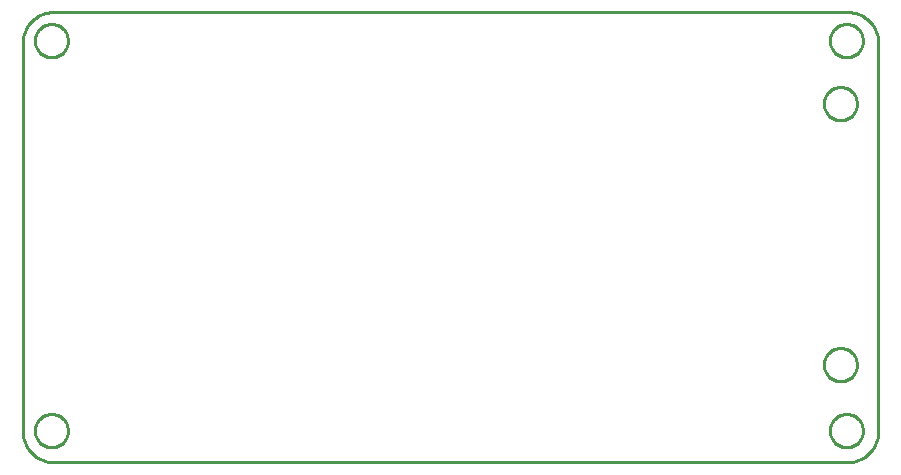
<source format=gbr>
G04 EAGLE Gerber RS-274X export*
G75*
%MOMM*%
%FSLAX34Y34*%
%LPD*%
%IN*%
%IPPOS*%
%AMOC8*
5,1,8,0,0,1.08239X$1,22.5*%
G01*
%ADD10C,0.254000*%


D10*
X3810Y25400D02*
X3907Y23186D01*
X4196Y20989D01*
X4675Y18826D01*
X5342Y16713D01*
X6190Y14666D01*
X7213Y12700D01*
X8404Y10831D01*
X9752Y9073D01*
X11250Y7440D01*
X12883Y5942D01*
X14641Y4594D01*
X16510Y3403D01*
X18476Y2380D01*
X20523Y1532D01*
X22636Y865D01*
X24799Y386D01*
X26996Y97D01*
X29210Y0D01*
X702310Y0D01*
X704524Y97D01*
X706721Y386D01*
X708884Y865D01*
X710997Y1532D01*
X713045Y2380D01*
X715010Y3403D01*
X716879Y4594D01*
X718637Y5942D01*
X720271Y7440D01*
X721768Y9073D01*
X723116Y10831D01*
X724307Y12700D01*
X725330Y14666D01*
X726178Y16713D01*
X726845Y18826D01*
X727324Y20989D01*
X727613Y23186D01*
X727710Y25400D01*
X727710Y355600D01*
X727613Y357814D01*
X727324Y360011D01*
X726845Y362174D01*
X726178Y364287D01*
X725330Y366335D01*
X724307Y368300D01*
X723116Y370169D01*
X721768Y371927D01*
X720271Y373561D01*
X718637Y375058D01*
X716879Y376406D01*
X715010Y377597D01*
X713045Y378620D01*
X710997Y379468D01*
X708884Y380135D01*
X706721Y380614D01*
X704524Y380903D01*
X702310Y381000D01*
X29210Y381000D01*
X26996Y380903D01*
X24799Y380614D01*
X22636Y380135D01*
X20523Y379468D01*
X18476Y378620D01*
X16510Y377597D01*
X14641Y376406D01*
X12883Y375058D01*
X11250Y373561D01*
X9752Y371927D01*
X8404Y370169D01*
X7213Y368300D01*
X6190Y366335D01*
X5342Y364287D01*
X4675Y362174D01*
X4196Y360011D01*
X3907Y357814D01*
X3810Y355600D01*
X3810Y25400D01*
X709960Y82050D02*
X709889Y81053D01*
X709746Y80063D01*
X709534Y79086D01*
X709252Y78126D01*
X708903Y77189D01*
X708487Y76279D01*
X708008Y75402D01*
X707467Y74560D01*
X706868Y73760D01*
X706213Y73004D01*
X705506Y72297D01*
X704750Y71642D01*
X703950Y71043D01*
X703108Y70502D01*
X702231Y70023D01*
X701321Y69607D01*
X700384Y69258D01*
X699425Y68976D01*
X698447Y68764D01*
X697458Y68621D01*
X696460Y68550D01*
X695460Y68550D01*
X694463Y68621D01*
X693473Y68764D01*
X692496Y68976D01*
X691536Y69258D01*
X690599Y69607D01*
X689689Y70023D01*
X688812Y70502D01*
X687970Y71043D01*
X687170Y71642D01*
X686414Y72297D01*
X685707Y73004D01*
X685052Y73760D01*
X684453Y74560D01*
X683912Y75402D01*
X683433Y76279D01*
X683017Y77189D01*
X682668Y78126D01*
X682386Y79086D01*
X682174Y80063D01*
X682031Y81053D01*
X681960Y82050D01*
X681960Y83050D01*
X682031Y84048D01*
X682174Y85037D01*
X682386Y86015D01*
X682668Y86974D01*
X683017Y87911D01*
X683433Y88821D01*
X683912Y89698D01*
X684453Y90540D01*
X685052Y91340D01*
X685707Y92096D01*
X686414Y92803D01*
X687170Y93458D01*
X687970Y94057D01*
X688812Y94598D01*
X689689Y95077D01*
X690599Y95493D01*
X691536Y95842D01*
X692496Y96124D01*
X693473Y96336D01*
X694463Y96479D01*
X695460Y96550D01*
X696460Y96550D01*
X697458Y96479D01*
X698447Y96336D01*
X699425Y96124D01*
X700384Y95842D01*
X701321Y95493D01*
X702231Y95077D01*
X703108Y94598D01*
X703950Y94057D01*
X704750Y93458D01*
X705506Y92803D01*
X706213Y92096D01*
X706868Y91340D01*
X707467Y90540D01*
X708008Y89698D01*
X708487Y88821D01*
X708903Y87911D01*
X709252Y86974D01*
X709534Y86015D01*
X709746Y85037D01*
X709889Y84048D01*
X709960Y83050D01*
X709960Y82050D01*
X709960Y303030D02*
X709889Y302033D01*
X709746Y301043D01*
X709534Y300066D01*
X709252Y299106D01*
X708903Y298169D01*
X708487Y297259D01*
X708008Y296382D01*
X707467Y295540D01*
X706868Y294740D01*
X706213Y293984D01*
X705506Y293277D01*
X704750Y292622D01*
X703950Y292023D01*
X703108Y291482D01*
X702231Y291003D01*
X701321Y290587D01*
X700384Y290238D01*
X699425Y289956D01*
X698447Y289744D01*
X697458Y289601D01*
X696460Y289530D01*
X695460Y289530D01*
X694463Y289601D01*
X693473Y289744D01*
X692496Y289956D01*
X691536Y290238D01*
X690599Y290587D01*
X689689Y291003D01*
X688812Y291482D01*
X687970Y292023D01*
X687170Y292622D01*
X686414Y293277D01*
X685707Y293984D01*
X685052Y294740D01*
X684453Y295540D01*
X683912Y296382D01*
X683433Y297259D01*
X683017Y298169D01*
X682668Y299106D01*
X682386Y300066D01*
X682174Y301043D01*
X682031Y302033D01*
X681960Y303030D01*
X681960Y304030D01*
X682031Y305028D01*
X682174Y306017D01*
X682386Y306995D01*
X682668Y307954D01*
X683017Y308891D01*
X683433Y309801D01*
X683912Y310678D01*
X684453Y311520D01*
X685052Y312320D01*
X685707Y313076D01*
X686414Y313783D01*
X687170Y314438D01*
X687970Y315037D01*
X688812Y315578D01*
X689689Y316057D01*
X690599Y316473D01*
X691536Y316822D01*
X692496Y317104D01*
X693473Y317316D01*
X694463Y317459D01*
X695460Y317530D01*
X696460Y317530D01*
X697458Y317459D01*
X698447Y317316D01*
X699425Y317104D01*
X700384Y316822D01*
X701321Y316473D01*
X702231Y316057D01*
X703108Y315578D01*
X703950Y315037D01*
X704750Y314438D01*
X705506Y313783D01*
X706213Y313076D01*
X706868Y312320D01*
X707467Y311520D01*
X708008Y310678D01*
X708487Y309801D01*
X708903Y308891D01*
X709252Y307954D01*
X709534Y306995D01*
X709746Y306017D01*
X709889Y305028D01*
X709960Y304030D01*
X709960Y303030D01*
X715040Y356370D02*
X714969Y355373D01*
X714826Y354383D01*
X714614Y353406D01*
X714332Y352446D01*
X713983Y351509D01*
X713567Y350599D01*
X713088Y349722D01*
X712547Y348880D01*
X711948Y348080D01*
X711293Y347324D01*
X710586Y346617D01*
X709830Y345962D01*
X709030Y345363D01*
X708188Y344822D01*
X707311Y344343D01*
X706401Y343927D01*
X705464Y343578D01*
X704505Y343296D01*
X703527Y343084D01*
X702538Y342941D01*
X701540Y342870D01*
X700540Y342870D01*
X699543Y342941D01*
X698553Y343084D01*
X697576Y343296D01*
X696616Y343578D01*
X695679Y343927D01*
X694769Y344343D01*
X693892Y344822D01*
X693050Y345363D01*
X692250Y345962D01*
X691494Y346617D01*
X690787Y347324D01*
X690132Y348080D01*
X689533Y348880D01*
X688992Y349722D01*
X688513Y350599D01*
X688097Y351509D01*
X687748Y352446D01*
X687466Y353406D01*
X687254Y354383D01*
X687111Y355373D01*
X687040Y356370D01*
X687040Y357370D01*
X687111Y358368D01*
X687254Y359357D01*
X687466Y360335D01*
X687748Y361294D01*
X688097Y362231D01*
X688513Y363141D01*
X688992Y364018D01*
X689533Y364860D01*
X690132Y365660D01*
X690787Y366416D01*
X691494Y367123D01*
X692250Y367778D01*
X693050Y368377D01*
X693892Y368918D01*
X694769Y369397D01*
X695679Y369813D01*
X696616Y370162D01*
X697576Y370444D01*
X698553Y370656D01*
X699543Y370799D01*
X700540Y370870D01*
X701540Y370870D01*
X702538Y370799D01*
X703527Y370656D01*
X704505Y370444D01*
X705464Y370162D01*
X706401Y369813D01*
X707311Y369397D01*
X708188Y368918D01*
X709030Y368377D01*
X709830Y367778D01*
X710586Y367123D01*
X711293Y366416D01*
X711948Y365660D01*
X712547Y364860D01*
X713088Y364018D01*
X713567Y363141D01*
X713983Y362231D01*
X714332Y361294D01*
X714614Y360335D01*
X714826Y359357D01*
X714969Y358368D01*
X715040Y357370D01*
X715040Y356370D01*
X715040Y26170D02*
X714969Y25173D01*
X714826Y24183D01*
X714614Y23206D01*
X714332Y22246D01*
X713983Y21309D01*
X713567Y20399D01*
X713088Y19522D01*
X712547Y18680D01*
X711948Y17880D01*
X711293Y17124D01*
X710586Y16417D01*
X709830Y15762D01*
X709030Y15163D01*
X708188Y14622D01*
X707311Y14143D01*
X706401Y13727D01*
X705464Y13378D01*
X704505Y13096D01*
X703527Y12884D01*
X702538Y12741D01*
X701540Y12670D01*
X700540Y12670D01*
X699543Y12741D01*
X698553Y12884D01*
X697576Y13096D01*
X696616Y13378D01*
X695679Y13727D01*
X694769Y14143D01*
X693892Y14622D01*
X693050Y15163D01*
X692250Y15762D01*
X691494Y16417D01*
X690787Y17124D01*
X690132Y17880D01*
X689533Y18680D01*
X688992Y19522D01*
X688513Y20399D01*
X688097Y21309D01*
X687748Y22246D01*
X687466Y23206D01*
X687254Y24183D01*
X687111Y25173D01*
X687040Y26170D01*
X687040Y27170D01*
X687111Y28168D01*
X687254Y29157D01*
X687466Y30135D01*
X687748Y31094D01*
X688097Y32031D01*
X688513Y32941D01*
X688992Y33818D01*
X689533Y34660D01*
X690132Y35460D01*
X690787Y36216D01*
X691494Y36923D01*
X692250Y37578D01*
X693050Y38177D01*
X693892Y38718D01*
X694769Y39197D01*
X695679Y39613D01*
X696616Y39962D01*
X697576Y40244D01*
X698553Y40456D01*
X699543Y40599D01*
X700540Y40670D01*
X701540Y40670D01*
X702538Y40599D01*
X703527Y40456D01*
X704505Y40244D01*
X705464Y39962D01*
X706401Y39613D01*
X707311Y39197D01*
X708188Y38718D01*
X709030Y38177D01*
X709830Y37578D01*
X710586Y36923D01*
X711293Y36216D01*
X711948Y35460D01*
X712547Y34660D01*
X713088Y33818D01*
X713567Y32941D01*
X713983Y32031D01*
X714332Y31094D01*
X714614Y30135D01*
X714826Y29157D01*
X714969Y28168D01*
X715040Y27170D01*
X715040Y26170D01*
X41940Y356370D02*
X41869Y355373D01*
X41726Y354383D01*
X41514Y353406D01*
X41232Y352446D01*
X40883Y351509D01*
X40467Y350599D01*
X39988Y349722D01*
X39447Y348880D01*
X38848Y348080D01*
X38193Y347324D01*
X37486Y346617D01*
X36730Y345962D01*
X35930Y345363D01*
X35088Y344822D01*
X34211Y344343D01*
X33301Y343927D01*
X32364Y343578D01*
X31405Y343296D01*
X30427Y343084D01*
X29438Y342941D01*
X28440Y342870D01*
X27440Y342870D01*
X26443Y342941D01*
X25453Y343084D01*
X24476Y343296D01*
X23516Y343578D01*
X22579Y343927D01*
X21669Y344343D01*
X20792Y344822D01*
X19950Y345363D01*
X19150Y345962D01*
X18394Y346617D01*
X17687Y347324D01*
X17032Y348080D01*
X16433Y348880D01*
X15892Y349722D01*
X15413Y350599D01*
X14997Y351509D01*
X14648Y352446D01*
X14366Y353406D01*
X14154Y354383D01*
X14011Y355373D01*
X13940Y356370D01*
X13940Y357370D01*
X14011Y358368D01*
X14154Y359357D01*
X14366Y360335D01*
X14648Y361294D01*
X14997Y362231D01*
X15413Y363141D01*
X15892Y364018D01*
X16433Y364860D01*
X17032Y365660D01*
X17687Y366416D01*
X18394Y367123D01*
X19150Y367778D01*
X19950Y368377D01*
X20792Y368918D01*
X21669Y369397D01*
X22579Y369813D01*
X23516Y370162D01*
X24476Y370444D01*
X25453Y370656D01*
X26443Y370799D01*
X27440Y370870D01*
X28440Y370870D01*
X29438Y370799D01*
X30427Y370656D01*
X31405Y370444D01*
X32364Y370162D01*
X33301Y369813D01*
X34211Y369397D01*
X35088Y368918D01*
X35930Y368377D01*
X36730Y367778D01*
X37486Y367123D01*
X38193Y366416D01*
X38848Y365660D01*
X39447Y364860D01*
X39988Y364018D01*
X40467Y363141D01*
X40883Y362231D01*
X41232Y361294D01*
X41514Y360335D01*
X41726Y359357D01*
X41869Y358368D01*
X41940Y357370D01*
X41940Y356370D01*
X41940Y26170D02*
X41869Y25173D01*
X41726Y24183D01*
X41514Y23206D01*
X41232Y22246D01*
X40883Y21309D01*
X40467Y20399D01*
X39988Y19522D01*
X39447Y18680D01*
X38848Y17880D01*
X38193Y17124D01*
X37486Y16417D01*
X36730Y15762D01*
X35930Y15163D01*
X35088Y14622D01*
X34211Y14143D01*
X33301Y13727D01*
X32364Y13378D01*
X31405Y13096D01*
X30427Y12884D01*
X29438Y12741D01*
X28440Y12670D01*
X27440Y12670D01*
X26443Y12741D01*
X25453Y12884D01*
X24476Y13096D01*
X23516Y13378D01*
X22579Y13727D01*
X21669Y14143D01*
X20792Y14622D01*
X19950Y15163D01*
X19150Y15762D01*
X18394Y16417D01*
X17687Y17124D01*
X17032Y17880D01*
X16433Y18680D01*
X15892Y19522D01*
X15413Y20399D01*
X14997Y21309D01*
X14648Y22246D01*
X14366Y23206D01*
X14154Y24183D01*
X14011Y25173D01*
X13940Y26170D01*
X13940Y27170D01*
X14011Y28168D01*
X14154Y29157D01*
X14366Y30135D01*
X14648Y31094D01*
X14997Y32031D01*
X15413Y32941D01*
X15892Y33818D01*
X16433Y34660D01*
X17032Y35460D01*
X17687Y36216D01*
X18394Y36923D01*
X19150Y37578D01*
X19950Y38177D01*
X20792Y38718D01*
X21669Y39197D01*
X22579Y39613D01*
X23516Y39962D01*
X24476Y40244D01*
X25453Y40456D01*
X26443Y40599D01*
X27440Y40670D01*
X28440Y40670D01*
X29438Y40599D01*
X30427Y40456D01*
X31405Y40244D01*
X32364Y39962D01*
X33301Y39613D01*
X34211Y39197D01*
X35088Y38718D01*
X35930Y38177D01*
X36730Y37578D01*
X37486Y36923D01*
X38193Y36216D01*
X38848Y35460D01*
X39447Y34660D01*
X39988Y33818D01*
X40467Y32941D01*
X40883Y32031D01*
X41232Y31094D01*
X41514Y30135D01*
X41726Y29157D01*
X41869Y28168D01*
X41940Y27170D01*
X41940Y26170D01*
M02*

</source>
